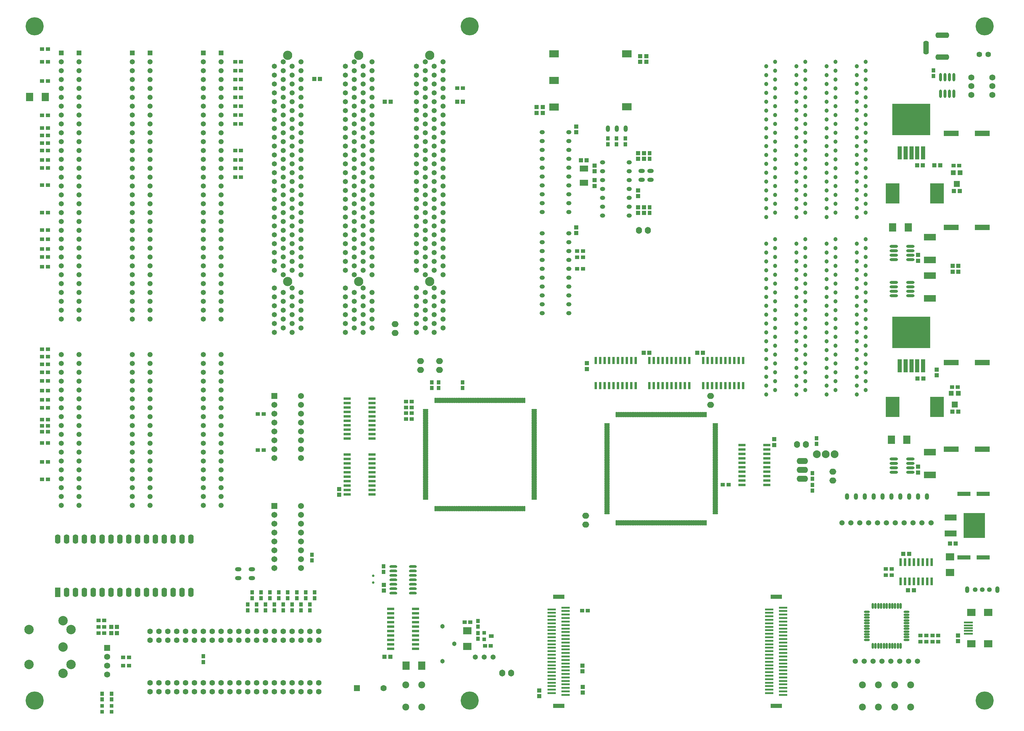
<source format=gts>
%FSLAX44Y44*%
%MOMM*%
G71*
G01*
G75*
G04 Layer_Color=8388736*
%ADD10C,0.2032*%
%ADD11R,0.9652X0.8890*%
%ADD12R,1.0160X0.9398*%
%ADD13R,1.0160X0.9400*%
%ADD14R,2.2098X1.9050*%
%ADD15R,0.9144X0.9144*%
%ADD16R,1.2700X0.9144*%
%ADD17R,0.8890X0.9652*%
%ADD18R,1.9050X2.2098*%
%ADD19R,0.9000X0.8000*%
%ADD20R,0.9398X1.0160*%
%ADD21R,0.9400X1.0160*%
%ADD22R,2.2000X0.3600*%
%ADD23R,3.0000X1.0000*%
%ADD24R,3.5000X1.0000*%
%ADD25R,4.0000X1.4000*%
%ADD26O,2.2000X0.6000*%
%ADD27R,3.2000X1.6500*%
%ADD28R,1.2000X1.2000*%
%ADD29R,1.6000X1.5000*%
%ADD30O,0.6000X2.2000*%
%ADD31R,1.0668X3.5560*%
%ADD32R,10.6680X8.8900*%
%ADD33R,3.8100X5.5880*%
%ADD34R,1.9050X0.5588*%
%ADD35R,2.2000X1.8000*%
%ADD36R,2.4000X0.4000*%
%ADD37R,0.5000X2.0000*%
%ADD38R,3.2000X1.6000*%
%ADD39R,6.0000X7.0000*%
%ADD40O,1.4500X0.5000*%
%ADD41O,0.5000X1.4500*%
%ADD42O,2.0320X0.5588*%
%ADD43O,1.4000X0.3000*%
%ADD44O,0.3000X1.4000*%
%ADD45R,0.9000X1.0000*%
%ADD46R,2.5000X1.8000*%
%ADD47R,2.2000X1.5000*%
%ADD48R,0.5588X1.9050*%
%ADD49C,0.1778*%
%ADD50C,0.2540*%
%ADD51C,0.7620*%
%ADD52C,0.5080*%
%ADD53C,1.2700*%
%ADD54C,0.3810*%
%ADD55C,0.7000*%
%ADD56C,0.8890*%
%ADD57C,0.6350*%
%ADD58C,0.3048*%
%ADD59R,6.8834X6.6294*%
%ADD60R,7.4168X2.9972*%
%ADD61R,3.9116X9.0424*%
%ADD62R,6.6294X4.3688*%
%ADD63R,2.2098X8.4836*%
%ADD64R,7.2390X2.3368*%
%ADD65R,7.5692X1.4224*%
%ADD66R,5.3086X2.3876*%
%ADD67R,6.4770X2.3876*%
%ADD68R,0.8492X4.9022*%
%ADD69R,1.1176X9.9060*%
%ADD70R,7.4930X2.5908*%
%ADD71R,6.6548X1.4732*%
%ADD72R,5.1816X1.4732*%
%ADD73R,3.2258X4.2672*%
%ADD74R,11.5824X3.8608*%
%ADD75R,9.6012X3.5814*%
%ADD76R,10.6426X2.4638*%
%ADD77R,4.2672X4.9530*%
%ADD78R,5.3086X3.6322*%
%ADD79R,2.2860X2.4638*%
%ADD80R,3.6322X5.3086*%
%ADD81R,6.7818X2.8702*%
%ADD82R,2.5654X7.4676*%
%ADD83R,7.3660X2.3876*%
%ADD84R,1.6256X4.7752*%
%ADD85R,4.2164X2.8956*%
%ADD86R,2.2606X6.3754*%
%ADD87C,5.0000*%
%ADD88C,1.7780*%
%ADD89O,1.6510X1.0160*%
%ADD90C,1.2700*%
%ADD91R,1.2700X1.2700*%
%ADD92O,1.7780X1.5240*%
%ADD93O,1.5240X1.7780*%
%ADD94C,1.0000*%
%ADD95C,2.4384*%
%ADD96R,1.3800X2.5000*%
%ADD97O,1.3800X2.5000*%
%ADD98C,0.5080*%
%ADD99C,1.5000*%
%ADD100R,1.5000X1.5000*%
%ADD101O,1.2700X1.0160*%
%ADD102C,1.3000*%
%ADD103O,1.0000X1.7000*%
%ADD104C,1.1430*%
%ADD105C,1.5240*%
%ADD106O,1.4000X3.8000*%
%ADD107O,3.8000X1.4000*%
%ADD108O,1.0160X1.6510*%
%ADD109C,1.3800*%
%ADD110C,2.5000*%
%ADD111C,1.5748*%
%ADD112R,1.5748X1.5748*%
%ADD113C,1.3970*%
%ADD114C,1.1000*%
%ADD115R,1.5240X1.5240*%
%ADD116O,3.0480X1.5240*%
%ADD117C,2.0320*%
%ADD118C,2.2000*%
%ADD119C,1.6000*%
%ADD120C,0.9000*%
%ADD121C,0.6604*%
%ADD122C,0.6858*%
%ADD123C,0.6350*%
%ADD124C,0.8636*%
%ADD125C,1.0160*%
%ADD126C,0.7112*%
%ADD127C,1.0160*%
%ADD128C,1.5080*%
%ADD129C,1.3080*%
%ADD130C,2.9464*%
%ADD131C,1.4478*%
%ADD132C,1.5080*%
%ADD133C,0.8128*%
%ADD134C,1.4080*%
%ADD135O,1.3080X2.0080*%
%ADD136C,1.3080*%
%ADD137O,3.7080X1.3080*%
%ADD138C,1.2080*%
%ADD139C,2.0080*%
%ADD140C,1.4732*%
%ADD141C,1.4986*%
%ADD142C,1.8080*%
%ADD143C,2.7080*%
%ADD144C,2.1080*%
%ADD145C,0.8382*%
%ADD146C,0.9652*%
%ADD147C,1.0668*%
%ADD148C,0.9398*%
%ADD149C,0.8890*%
%ADD150C,3.5080*%
%ADD151O,1.3080X3.7080*%
%ADD152R,0.9144X0.9144*%
%ADD153R,0.9144X1.2700*%
%ADD154R,1.3000X1.2000*%
%ADD155C,2.0000*%
%ADD156R,3.9116X4.4958*%
%ADD157R,2.8956X1.2700*%
%ADD158R,0.9652X1.9050*%
%ADD159R,2.2098X5.6134*%
%ADD160R,4.3688X2.6162*%
%ADD161C,0.1270*%
%ADD162C,0.2500*%
%ADD163C,0.3000*%
%ADD164C,0.2500*%
%ADD165C,0.2000*%
%ADD166C,0.1000*%
%ADD167C,0.2096*%
%ADD168C,0.1524*%
%ADD169C,0.1500*%
%ADD170C,0.2286*%
%ADD171R,1.9836X0.9960*%
%ADD172R,4.8436X1.4084*%
%ADD173R,4.1000X1.9000*%
%ADD174R,1.1684X1.0922*%
%ADD175R,1.2192X1.1430*%
%ADD176R,1.2192X1.1432*%
%ADD177R,2.4130X2.1082*%
%ADD178R,1.1176X1.1176*%
%ADD179R,1.4732X1.1176*%
%ADD180R,1.0922X1.1684*%
%ADD181R,2.1082X2.4130*%
%ADD182R,1.1032X1.0032*%
%ADD183R,1.1430X1.2192*%
%ADD184R,1.1432X1.2192*%
%ADD185R,2.4032X0.5632*%
%ADD186R,3.2032X1.2032*%
%ADD187R,3.7032X1.2032*%
%ADD188R,4.2032X1.6032*%
%ADD189O,2.4032X0.8032*%
%ADD190R,3.4032X1.8532*%
%ADD191R,1.4032X1.4032*%
%ADD192R,1.8032X1.7032*%
%ADD193O,0.8032X2.4032*%
%ADD194R,1.2700X3.7592*%
%ADD195R,10.8712X9.0932*%
%ADD196R,4.0132X5.7912*%
%ADD197R,2.1082X0.7620*%
%ADD198R,2.4032X2.0032*%
%ADD199R,2.6032X0.6032*%
%ADD200R,0.7032X2.2032*%
%ADD201R,3.4032X1.8032*%
%ADD202R,6.2032X7.2032*%
%ADD203O,1.6532X0.7032*%
%ADD204O,0.7032X1.6532*%
%ADD205O,2.2352X0.7620*%
%ADD206O,1.6032X0.5032*%
%ADD207O,0.5032X1.6032*%
%ADD208R,1.1032X1.2032*%
%ADD209R,2.7032X2.0032*%
%ADD210R,2.4032X1.7032*%
%ADD211R,0.7620X2.1082*%
%ADD212C,5.2032*%
%ADD213C,1.9812*%
%ADD214O,1.8542X1.2192*%
%ADD215R,1.4732X1.4732*%
%ADD216O,1.9812X1.7272*%
%ADD217O,1.7272X1.9812*%
%ADD218C,1.2032*%
%ADD219C,2.6416*%
%ADD220R,1.5832X2.7032*%
%ADD221O,1.5832X2.7032*%
%ADD222C,1.7032*%
%ADD223R,1.7032X1.7032*%
%ADD224O,1.4732X1.2192*%
%ADD225C,1.5032*%
%ADD226O,1.2032X1.9032*%
%ADD227C,1.3462*%
%ADD228C,1.7272*%
%ADD229O,1.6032X4.0032*%
%ADD230O,4.0032X1.6032*%
%ADD231O,1.2192X1.8542*%
%ADD232C,1.5832*%
%ADD233C,2.7032*%
%ADD234R,1.7780X1.7780*%
%ADD235C,1.6002*%
%ADD236C,1.3032*%
%ADD237R,1.7272X1.7272*%
%ADD238O,3.2512X1.7272*%
%ADD239C,2.2352*%
D88*
X2039366Y899668D02*
D03*
D126*
X2010410Y1201580D02*
D03*
Y1221580D02*
D03*
D140*
X1117600Y1422400D02*
D03*
Y1447800D02*
D03*
Y1473200D02*
D03*
Y1498600D02*
D03*
Y1524000D02*
D03*
Y1549400D02*
D03*
Y1574800D02*
D03*
Y1600200D02*
D03*
Y1625600D02*
D03*
Y1651000D02*
D03*
Y1676400D02*
D03*
Y1701800D02*
D03*
Y1727200D02*
D03*
Y1752600D02*
D03*
Y1778000D02*
D03*
Y1803400D02*
D03*
Y1828800D02*
D03*
Y1854200D02*
D03*
X1168400Y1422400D02*
D03*
Y1447800D02*
D03*
Y1473200D02*
D03*
Y1498600D02*
D03*
Y1524000D02*
D03*
Y1549400D02*
D03*
Y1574800D02*
D03*
Y1600200D02*
D03*
Y1625600D02*
D03*
Y1651000D02*
D03*
Y1676400D02*
D03*
Y1701800D02*
D03*
Y1727200D02*
D03*
Y1752600D02*
D03*
Y1778000D02*
D03*
Y1803400D02*
D03*
Y1828800D02*
D03*
Y1854200D02*
D03*
Y2692400D02*
D03*
Y2667000D02*
D03*
Y2641600D02*
D03*
Y2616200D02*
D03*
Y2590800D02*
D03*
Y2565400D02*
D03*
Y2540000D02*
D03*
Y2514600D02*
D03*
Y2489200D02*
D03*
Y2463800D02*
D03*
Y2438400D02*
D03*
Y2413000D02*
D03*
Y2387600D02*
D03*
Y2362200D02*
D03*
Y2336800D02*
D03*
Y2311400D02*
D03*
Y2286000D02*
D03*
Y2260600D02*
D03*
Y2235200D02*
D03*
Y2209800D02*
D03*
Y2184400D02*
D03*
Y2159000D02*
D03*
Y2133600D02*
D03*
Y2108200D02*
D03*
Y2082800D02*
D03*
Y2057400D02*
D03*
Y2032000D02*
D03*
Y2006600D02*
D03*
Y1981200D02*
D03*
Y1955800D02*
D03*
X1117600Y2692400D02*
D03*
Y2667000D02*
D03*
Y2641600D02*
D03*
Y2616200D02*
D03*
Y2590800D02*
D03*
Y2565400D02*
D03*
Y2540000D02*
D03*
Y2514600D02*
D03*
Y2489200D02*
D03*
Y2463800D02*
D03*
Y2438400D02*
D03*
Y2413000D02*
D03*
Y2387600D02*
D03*
Y2362200D02*
D03*
Y2336800D02*
D03*
Y2311400D02*
D03*
Y2286000D02*
D03*
Y2260600D02*
D03*
Y2235200D02*
D03*
Y2209800D02*
D03*
Y2184400D02*
D03*
Y2159000D02*
D03*
Y2133600D02*
D03*
Y2108200D02*
D03*
Y2082800D02*
D03*
Y2057400D02*
D03*
Y2032000D02*
D03*
Y2006600D02*
D03*
Y1981200D02*
D03*
Y1955800D02*
D03*
X1524000Y1422400D02*
D03*
Y1447800D02*
D03*
Y1473200D02*
D03*
Y1498600D02*
D03*
Y1524000D02*
D03*
Y1549400D02*
D03*
Y1574800D02*
D03*
Y1600200D02*
D03*
Y1625600D02*
D03*
Y1651000D02*
D03*
Y1676400D02*
D03*
Y1701800D02*
D03*
Y1727200D02*
D03*
Y1752600D02*
D03*
Y1778000D02*
D03*
Y1803400D02*
D03*
Y1828800D02*
D03*
Y1854200D02*
D03*
X1574800Y1422400D02*
D03*
Y1447800D02*
D03*
Y1473200D02*
D03*
Y1498600D02*
D03*
Y1524000D02*
D03*
Y1549400D02*
D03*
Y1574800D02*
D03*
Y1600200D02*
D03*
Y1625600D02*
D03*
Y1651000D02*
D03*
Y1676400D02*
D03*
Y1701800D02*
D03*
Y1727200D02*
D03*
Y1752600D02*
D03*
Y1778000D02*
D03*
Y1803400D02*
D03*
Y1828800D02*
D03*
Y1854200D02*
D03*
Y2692400D02*
D03*
Y2667000D02*
D03*
Y2641600D02*
D03*
Y2616200D02*
D03*
Y2590800D02*
D03*
Y2565400D02*
D03*
Y2540000D02*
D03*
Y2514600D02*
D03*
Y2489200D02*
D03*
Y2463800D02*
D03*
Y2438400D02*
D03*
Y2413000D02*
D03*
Y2387600D02*
D03*
Y2362200D02*
D03*
Y2336800D02*
D03*
Y2311400D02*
D03*
Y2286000D02*
D03*
Y2260600D02*
D03*
Y2235200D02*
D03*
Y2209800D02*
D03*
Y2184400D02*
D03*
Y2159000D02*
D03*
Y2133600D02*
D03*
Y2108200D02*
D03*
Y2082800D02*
D03*
Y2057400D02*
D03*
Y2032000D02*
D03*
Y2006600D02*
D03*
Y1981200D02*
D03*
Y1955800D02*
D03*
X1524000Y2692400D02*
D03*
Y2667000D02*
D03*
Y2641600D02*
D03*
Y2616200D02*
D03*
Y2590800D02*
D03*
Y2565400D02*
D03*
Y2540000D02*
D03*
Y2514600D02*
D03*
Y2489200D02*
D03*
Y2463800D02*
D03*
Y2438400D02*
D03*
Y2413000D02*
D03*
Y2387600D02*
D03*
Y2362200D02*
D03*
Y2336800D02*
D03*
Y2311400D02*
D03*
Y2286000D02*
D03*
Y2260600D02*
D03*
Y2235200D02*
D03*
Y2209800D02*
D03*
Y2184400D02*
D03*
Y2159000D02*
D03*
Y2133600D02*
D03*
Y2108200D02*
D03*
Y2082800D02*
D03*
Y2057400D02*
D03*
Y2032000D02*
D03*
Y2006600D02*
D03*
Y1981200D02*
D03*
Y1955800D02*
D03*
X1727200Y1917700D02*
D03*
X1752600Y1930400D02*
D03*
X1727200Y1943100D02*
D03*
X1752600Y1955800D02*
D03*
X1727200Y1968500D02*
D03*
X1752600Y1981200D02*
D03*
X1727200Y1993900D02*
D03*
X1752600Y2006600D02*
D03*
X1727200Y2019300D02*
D03*
X1752600Y2032000D02*
D03*
X1727200Y2044700D02*
D03*
X1752600Y2082800D02*
D03*
X1727200Y2095500D02*
D03*
X1752600Y2108200D02*
D03*
X1727200Y2120900D02*
D03*
X1752600Y2133600D02*
D03*
X1727200Y2146300D02*
D03*
X1752600Y2159000D02*
D03*
X1727200Y2171700D02*
D03*
X1752600Y2184400D02*
D03*
X1727200Y2197100D02*
D03*
X1752600Y2209800D02*
D03*
X1727200Y2222500D02*
D03*
X1752600Y2235200D02*
D03*
X1727200Y2247900D02*
D03*
X1752600Y2260600D02*
D03*
X1727200Y2273300D02*
D03*
X1752600Y2286000D02*
D03*
X1727200Y2298700D02*
D03*
X1752600Y2311400D02*
D03*
X1727200Y2324100D02*
D03*
X1752600Y2336800D02*
D03*
X1727200Y2349500D02*
D03*
X1752600Y2362200D02*
D03*
X1727200Y2374900D02*
D03*
X1752600Y2387600D02*
D03*
X1727200Y2400300D02*
D03*
X1752600Y2413000D02*
D03*
X1727200Y2425700D02*
D03*
X1752600Y2438400D02*
D03*
X1727200Y2451100D02*
D03*
X1752600Y2463800D02*
D03*
X1727200Y2476500D02*
D03*
X1752600Y2489200D02*
D03*
X1727200Y2501900D02*
D03*
X1752600Y2514600D02*
D03*
X1727200Y2527300D02*
D03*
X1752600Y2540000D02*
D03*
X1727200Y2552700D02*
D03*
X1752600Y2565400D02*
D03*
X1727200Y2578100D02*
D03*
X1752600Y2590800D02*
D03*
X1727200Y2603500D02*
D03*
X1752600Y2616200D02*
D03*
X1727200Y2628900D02*
D03*
X1752600Y2641600D02*
D03*
X1727200Y2654300D02*
D03*
X1752600Y2667000D02*
D03*
X1727200Y2679700D02*
D03*
X1752600Y2692400D02*
D03*
X1778000Y1917700D02*
D03*
X1803400Y1930400D02*
D03*
X1778000Y1943100D02*
D03*
X1803400Y1955800D02*
D03*
X1778000Y1968500D02*
D03*
X1803400Y1981200D02*
D03*
X1778000Y1993900D02*
D03*
X1803400Y2006600D02*
D03*
X1778000Y2019300D02*
D03*
X1803400Y2032000D02*
D03*
X1778000Y2044700D02*
D03*
X1803400Y2082800D02*
D03*
X1778000Y2095500D02*
D03*
X1803400Y2108200D02*
D03*
X1778000Y2120900D02*
D03*
X1803400Y2133600D02*
D03*
X1778000Y2146300D02*
D03*
X1803400Y2159000D02*
D03*
X1778000Y2171700D02*
D03*
X1803400Y2184400D02*
D03*
X1778000Y2197100D02*
D03*
X1803400Y2209800D02*
D03*
X1778000Y2222500D02*
D03*
X1803400Y2235200D02*
D03*
X1778000Y2247900D02*
D03*
X1803400Y2260600D02*
D03*
X1778000Y2273300D02*
D03*
X1803400Y2286000D02*
D03*
X1778000Y2298700D02*
D03*
X1803400Y2311400D02*
D03*
X1778000Y2324100D02*
D03*
X1803400Y2336800D02*
D03*
X1778000Y2349500D02*
D03*
X1803400Y2362200D02*
D03*
X1778000Y2374900D02*
D03*
X1803400Y2387600D02*
D03*
X1778000Y2400300D02*
D03*
X1803400Y2413000D02*
D03*
X1778000Y2425700D02*
D03*
X1803400Y2438400D02*
D03*
X1778000Y2451100D02*
D03*
X1803400Y2463800D02*
D03*
X1778000Y2476500D02*
D03*
X1803400Y2489200D02*
D03*
X1778000Y2501900D02*
D03*
X1803400Y2514600D02*
D03*
X1778000Y2527300D02*
D03*
X1803400Y2540000D02*
D03*
X1778000Y2552700D02*
D03*
X1803400Y2565400D02*
D03*
X1778000Y2578100D02*
D03*
X1803400Y2590800D02*
D03*
X1778000Y2603500D02*
D03*
X1803400Y2616200D02*
D03*
X1778000Y2628900D02*
D03*
X1803400Y2641600D02*
D03*
X1778000Y2654300D02*
D03*
X1803400Y2667000D02*
D03*
X1778000Y2679700D02*
D03*
X1803400Y2692400D02*
D03*
X1930400Y1917700D02*
D03*
X1955800Y1930400D02*
D03*
X1930400Y1943100D02*
D03*
X1955800Y1955800D02*
D03*
X1930400Y1968500D02*
D03*
X1955800Y1981200D02*
D03*
X1930400Y1993900D02*
D03*
X1955800Y2006600D02*
D03*
X1930400Y2019300D02*
D03*
X1955800Y2032000D02*
D03*
X1930400Y2044700D02*
D03*
X1955800Y2082800D02*
D03*
X1930400Y2095500D02*
D03*
X1955800Y2108200D02*
D03*
X1930400Y2120900D02*
D03*
X1955800Y2133600D02*
D03*
X1930400Y2146300D02*
D03*
X1955800Y2159000D02*
D03*
X1930400Y2171700D02*
D03*
X1955800Y2184400D02*
D03*
X1930400Y2197100D02*
D03*
X1955800Y2209800D02*
D03*
X1930400Y2222500D02*
D03*
X1955800Y2235200D02*
D03*
X1930400Y2247900D02*
D03*
X1955800Y2260600D02*
D03*
X1930400Y2273300D02*
D03*
X1955800Y2286000D02*
D03*
X1930400Y2298700D02*
D03*
X1955800Y2311400D02*
D03*
X1930400Y2324100D02*
D03*
X1955800Y2336800D02*
D03*
X1930400Y2349500D02*
D03*
X1955800Y2362200D02*
D03*
X1930400Y2374900D02*
D03*
X1955800Y2387600D02*
D03*
X1930400Y2400300D02*
D03*
X1955800Y2413000D02*
D03*
X1930400Y2425700D02*
D03*
X1955800Y2438400D02*
D03*
X1930400Y2451100D02*
D03*
X1955800Y2463800D02*
D03*
X1930400Y2476500D02*
D03*
X1955800Y2489200D02*
D03*
X1930400Y2501900D02*
D03*
X1955800Y2514600D02*
D03*
X1930400Y2527300D02*
D03*
X1955800Y2540000D02*
D03*
X1930400Y2552700D02*
D03*
X1955800Y2565400D02*
D03*
X1930400Y2578100D02*
D03*
X1955800Y2590800D02*
D03*
X1930400Y2603500D02*
D03*
X1955800Y2616200D02*
D03*
X1930400Y2628900D02*
D03*
X1955800Y2641600D02*
D03*
X1930400Y2654300D02*
D03*
X1955800Y2667000D02*
D03*
X1930400Y2679700D02*
D03*
X1955800Y2692400D02*
D03*
X1981200Y1917700D02*
D03*
X2006600Y1930400D02*
D03*
X1981200Y1943100D02*
D03*
X2006600Y1955800D02*
D03*
X1981200Y1968500D02*
D03*
X2006600Y1981200D02*
D03*
X1981200Y1993900D02*
D03*
X2006600Y2006600D02*
D03*
X1981200Y2019300D02*
D03*
X2006600Y2032000D02*
D03*
X1981200Y2044700D02*
D03*
X2006600Y2082800D02*
D03*
X1981200Y2095500D02*
D03*
X2006600Y2108200D02*
D03*
X1981200Y2120900D02*
D03*
X2006600Y2133600D02*
D03*
X1981200Y2146300D02*
D03*
X2006600Y2159000D02*
D03*
X1981200Y2171700D02*
D03*
X2006600Y2184400D02*
D03*
X1981200Y2197100D02*
D03*
X2006600Y2209800D02*
D03*
X1981200Y2222500D02*
D03*
X2006600Y2235200D02*
D03*
X1981200Y2247900D02*
D03*
X2006600Y2260600D02*
D03*
X1981200Y2273300D02*
D03*
X2006600Y2286000D02*
D03*
X1981200Y2298700D02*
D03*
X2006600Y2311400D02*
D03*
X1981200Y2324100D02*
D03*
X2006600Y2336800D02*
D03*
X1981200Y2349500D02*
D03*
X2006600Y2362200D02*
D03*
X1981200Y2374900D02*
D03*
X2006600Y2387600D02*
D03*
X1981200Y2400300D02*
D03*
X2006600Y2413000D02*
D03*
X1981200Y2425700D02*
D03*
X2006600Y2438400D02*
D03*
X1981200Y2451100D02*
D03*
X2006600Y2463800D02*
D03*
X1981200Y2476500D02*
D03*
X2006600Y2489200D02*
D03*
X1981200Y2501900D02*
D03*
X2006600Y2514600D02*
D03*
X1981200Y2527300D02*
D03*
X2006600Y2540000D02*
D03*
X1981200Y2552700D02*
D03*
X2006600Y2565400D02*
D03*
X1981200Y2578100D02*
D03*
X2006600Y2590800D02*
D03*
X1981200Y2603500D02*
D03*
X2006600Y2616200D02*
D03*
X1981200Y2628900D02*
D03*
X2006600Y2641600D02*
D03*
X1981200Y2654300D02*
D03*
X2006600Y2667000D02*
D03*
X1981200Y2679700D02*
D03*
X2006600Y2692400D02*
D03*
X2209800D02*
D03*
X2184400Y2679700D02*
D03*
X2209800Y2667000D02*
D03*
X2184400Y2654300D02*
D03*
X2209800Y2641600D02*
D03*
X2184400Y2628900D02*
D03*
X2209800Y2616200D02*
D03*
X2184400Y2603500D02*
D03*
X2209800Y2590800D02*
D03*
X2184400Y2578100D02*
D03*
X2209800Y2565400D02*
D03*
X2184400Y2552700D02*
D03*
X2209800Y2540000D02*
D03*
X2184400Y2527300D02*
D03*
X2209800Y2514600D02*
D03*
X2184400Y2501900D02*
D03*
X2209800Y2489200D02*
D03*
X2184400Y2476500D02*
D03*
X2209800Y2463800D02*
D03*
X2184400Y2451100D02*
D03*
X2209800Y2438400D02*
D03*
X2184400Y2425700D02*
D03*
X2209800Y2413000D02*
D03*
X2184400Y2400300D02*
D03*
X2209800Y2387600D02*
D03*
X2184400Y2374900D02*
D03*
X2209800Y2362200D02*
D03*
X2184400Y2349500D02*
D03*
X2209800Y2336800D02*
D03*
X2184400Y2324100D02*
D03*
X2209800Y2311400D02*
D03*
X2184400Y2298700D02*
D03*
X2209800Y2286000D02*
D03*
X2184400Y2273300D02*
D03*
X2209800Y2260600D02*
D03*
X2184400Y2247900D02*
D03*
X2209800Y2235200D02*
D03*
X2184400Y2222500D02*
D03*
X2209800Y2209800D02*
D03*
X2184400Y2197100D02*
D03*
X2209800Y2184400D02*
D03*
X2184400Y2171700D02*
D03*
X2209800Y2159000D02*
D03*
X2184400Y2146300D02*
D03*
X2209800Y2133600D02*
D03*
X2184400Y2120900D02*
D03*
X2209800Y2108200D02*
D03*
X2184400Y2095500D02*
D03*
X2209800Y2082800D02*
D03*
X2184400Y2044700D02*
D03*
X2209800Y2032000D02*
D03*
X2184400Y2019300D02*
D03*
X2209800Y2006600D02*
D03*
X2184400Y1993900D02*
D03*
X2209800Y1981200D02*
D03*
X2184400Y1968500D02*
D03*
X2209800Y1955800D02*
D03*
X2184400Y1943100D02*
D03*
X2209800Y1930400D02*
D03*
X2184400Y1917700D02*
D03*
X2159000Y2692400D02*
D03*
X2133600Y2679700D02*
D03*
X2159000Y2667000D02*
D03*
X2133600Y2654300D02*
D03*
X2159000Y2641600D02*
D03*
X2133600Y2628900D02*
D03*
X2159000Y2616200D02*
D03*
X2133600Y2603500D02*
D03*
X2159000Y2590800D02*
D03*
X2133600Y2578100D02*
D03*
X2159000Y2565400D02*
D03*
X2133600Y2552700D02*
D03*
X2159000Y2540000D02*
D03*
X2133600Y2527300D02*
D03*
X2159000Y2514600D02*
D03*
X2133600Y2501900D02*
D03*
X2159000Y2489200D02*
D03*
X2133600Y2476500D02*
D03*
X2159000Y2463800D02*
D03*
X2133600Y2451100D02*
D03*
X2159000Y2438400D02*
D03*
X2133600Y2425700D02*
D03*
X2159000Y2413000D02*
D03*
X2133600Y2400300D02*
D03*
X2159000Y2387600D02*
D03*
X2133600Y2374900D02*
D03*
X2159000Y2362200D02*
D03*
X2133600Y2349500D02*
D03*
X2159000Y2336800D02*
D03*
X2133600Y2324100D02*
D03*
X2159000Y2311400D02*
D03*
X2133600Y2298700D02*
D03*
X2159000Y2286000D02*
D03*
X2133600Y2273300D02*
D03*
X2159000Y2260600D02*
D03*
X2133600Y2247900D02*
D03*
X2159000Y2235200D02*
D03*
X2133600Y2222500D02*
D03*
X2159000Y2209800D02*
D03*
X2133600Y2197100D02*
D03*
X2159000Y2184400D02*
D03*
X2133600Y2171700D02*
D03*
X2159000Y2159000D02*
D03*
X2133600Y2146300D02*
D03*
X2159000Y2133600D02*
D03*
X2133600Y2120900D02*
D03*
X2159000Y2108200D02*
D03*
X2133600Y2095500D02*
D03*
X2159000Y2082800D02*
D03*
X2133600Y2044700D02*
D03*
X2159000Y2032000D02*
D03*
X2133600Y2019300D02*
D03*
X2159000Y2006600D02*
D03*
X2133600Y1993900D02*
D03*
X2159000Y1981200D02*
D03*
X2133600Y1968500D02*
D03*
X2159000Y1955800D02*
D03*
X2133600Y1943100D02*
D03*
X2159000Y1930400D02*
D03*
X2133600Y1917700D02*
D03*
X1320800Y1955800D02*
D03*
Y1981200D02*
D03*
Y2006600D02*
D03*
Y2032000D02*
D03*
Y2057400D02*
D03*
Y2082800D02*
D03*
Y2108200D02*
D03*
Y2133600D02*
D03*
Y2159000D02*
D03*
Y2184400D02*
D03*
Y2209800D02*
D03*
Y2235200D02*
D03*
Y2260600D02*
D03*
Y2286000D02*
D03*
Y2311400D02*
D03*
Y2336800D02*
D03*
Y2362200D02*
D03*
Y2387600D02*
D03*
Y2413000D02*
D03*
Y2438400D02*
D03*
Y2463800D02*
D03*
Y2489200D02*
D03*
Y2514600D02*
D03*
Y2540000D02*
D03*
Y2565400D02*
D03*
Y2590800D02*
D03*
Y2616200D02*
D03*
Y2641600D02*
D03*
Y2667000D02*
D03*
Y2692400D02*
D03*
X1371600Y1955800D02*
D03*
Y1981200D02*
D03*
Y2006600D02*
D03*
Y2032000D02*
D03*
Y2057400D02*
D03*
Y2082800D02*
D03*
Y2108200D02*
D03*
Y2133600D02*
D03*
Y2159000D02*
D03*
Y2184400D02*
D03*
Y2209800D02*
D03*
Y2235200D02*
D03*
Y2260600D02*
D03*
Y2286000D02*
D03*
Y2311400D02*
D03*
Y2336800D02*
D03*
Y2362200D02*
D03*
Y2387600D02*
D03*
Y2413000D02*
D03*
Y2438400D02*
D03*
Y2463800D02*
D03*
Y2489200D02*
D03*
Y2514600D02*
D03*
Y2540000D02*
D03*
Y2565400D02*
D03*
Y2590800D02*
D03*
Y2616200D02*
D03*
Y2641600D02*
D03*
Y2667000D02*
D03*
Y2692400D02*
D03*
Y1854200D02*
D03*
Y1828800D02*
D03*
Y1803400D02*
D03*
Y1778000D02*
D03*
Y1752600D02*
D03*
Y1727200D02*
D03*
Y1701800D02*
D03*
Y1676400D02*
D03*
Y1651000D02*
D03*
Y1625600D02*
D03*
Y1600200D02*
D03*
Y1574800D02*
D03*
Y1549400D02*
D03*
Y1524000D02*
D03*
Y1498600D02*
D03*
Y1473200D02*
D03*
Y1447800D02*
D03*
Y1422400D02*
D03*
X1320800Y1854200D02*
D03*
Y1828800D02*
D03*
Y1803400D02*
D03*
Y1778000D02*
D03*
Y1752600D02*
D03*
Y1727200D02*
D03*
Y1701800D02*
D03*
Y1676400D02*
D03*
Y1651000D02*
D03*
Y1625600D02*
D03*
Y1600200D02*
D03*
Y1574800D02*
D03*
Y1549400D02*
D03*
Y1524000D02*
D03*
Y1498600D02*
D03*
Y1473200D02*
D03*
Y1447800D02*
D03*
Y1422400D02*
D03*
X2302002Y988568D02*
D03*
X2327402D02*
D03*
X2352802D02*
D03*
D174*
X1311402Y963676D02*
D03*
X1294892D02*
D03*
X1311402Y987806D02*
D03*
X1294892D02*
D03*
X2288032Y1088136D02*
D03*
X2271522D02*
D03*
X1240790Y1093470D02*
D03*
X1224280D02*
D03*
X1240790Y1075055D02*
D03*
X1224280D02*
D03*
X1240790Y1056640D02*
D03*
X1224280D02*
D03*
X2329942Y1020318D02*
D03*
X2346452D02*
D03*
X3575812Y1032510D02*
D03*
X3592322D02*
D03*
X3575812Y1050290D02*
D03*
X3592322D02*
D03*
X3476752Y1240790D02*
D03*
X3493262D02*
D03*
X3476752Y1223010D02*
D03*
X3493262D02*
D03*
X3665728Y1761236D02*
D03*
X3682238D02*
D03*
X3670300Y2395220D02*
D03*
X3686810D02*
D03*
X1696720Y1684020D02*
D03*
X1680210D02*
D03*
X2250440Y2617470D02*
D03*
X2266950D02*
D03*
X1079500Y1497330D02*
D03*
X1062990D02*
D03*
X1079500Y1546860D02*
D03*
X1062990D02*
D03*
X1079500Y1601470D02*
D03*
X1062990D02*
D03*
X1079500Y2339340D02*
D03*
X1062990D02*
D03*
X1079500Y1668018D02*
D03*
X1062990D02*
D03*
X2103882Y1686560D02*
D03*
X2120392D02*
D03*
X2103882Y1670050D02*
D03*
X2120392D02*
D03*
X2103882Y1719580D02*
D03*
X2120392D02*
D03*
X2103882Y1703070D02*
D03*
X2120392D02*
D03*
X1631950Y2692400D02*
D03*
X1615440D02*
D03*
X1631950Y2667000D02*
D03*
X1615440D02*
D03*
X1631950Y2641600D02*
D03*
X1615440D02*
D03*
X1631950Y2616200D02*
D03*
X1615440D02*
D03*
X1631950Y2590800D02*
D03*
X1615440D02*
D03*
X1631950Y2565400D02*
D03*
X1615440D02*
D03*
X1631950Y2540000D02*
D03*
X1615440D02*
D03*
X1631950Y2514600D02*
D03*
X1615440D02*
D03*
X1631950Y2362200D02*
D03*
X1615440D02*
D03*
X1631950Y2387600D02*
D03*
X1615440D02*
D03*
X1631950Y2411730D02*
D03*
X1615440D02*
D03*
X1631950Y2438400D02*
D03*
X1615440D02*
D03*
X1079500Y1826260D02*
D03*
X1062990D02*
D03*
X1079500Y2133600D02*
D03*
X1062990D02*
D03*
X1079500Y2539746D02*
D03*
X1062990D02*
D03*
X1079500Y1869948D02*
D03*
X1062990D02*
D03*
X1079500Y1650619D02*
D03*
X1062990D02*
D03*
X1079500Y2411730D02*
D03*
X1062990D02*
D03*
X1079500Y1633220D02*
D03*
X1062990D02*
D03*
X1079500Y1848866D02*
D03*
X1062990D02*
D03*
X1079500Y2388870D02*
D03*
X1062990D02*
D03*
X1079500Y2438400D02*
D03*
X1062990D02*
D03*
X1079500Y2105660D02*
D03*
X1062990D02*
D03*
X1079500Y2260600D02*
D03*
X1062990D02*
D03*
X1079500Y2459990D02*
D03*
X1062990D02*
D03*
X1079500Y2637790D02*
D03*
X1062990D02*
D03*
X1696720Y1581150D02*
D03*
X1680210D02*
D03*
X1079500Y2211070D02*
D03*
X1062990D02*
D03*
X1079500Y2184400D02*
D03*
X1062990D02*
D03*
X1079500Y2156460D02*
D03*
X1062990D02*
D03*
X1079500Y2503170D02*
D03*
X1062990D02*
D03*
X1079500Y1779270D02*
D03*
X1062990D02*
D03*
X1079500Y1751330D02*
D03*
X1062990D02*
D03*
X1079500Y1701800D02*
D03*
X1062990D02*
D03*
X1079500Y1724660D02*
D03*
X1062990D02*
D03*
X1079500Y2692400D02*
D03*
X1062990D02*
D03*
X1079500Y2729230D02*
D03*
X1062990D02*
D03*
X1079500Y1803400D02*
D03*
X1062990D02*
D03*
X3610102Y1050290D02*
D03*
X3626612D02*
D03*
Y1032510D02*
D03*
X3610102D02*
D03*
X2593594Y2100072D02*
D03*
X2610104D02*
D03*
X2593594Y2150872D02*
D03*
X2610104D02*
D03*
X2593594Y2133092D02*
D03*
X2610104D02*
D03*
X3010154Y1481836D02*
D03*
X3026664D02*
D03*
X2607564Y1121156D02*
D03*
X2624074D02*
D03*
X1062990Y2481580D02*
D03*
X1079500D02*
D03*
D175*
X3568700Y1533647D02*
D03*
Y2139691D02*
D03*
X2040890Y1195065D02*
D03*
X3683000Y1034039D02*
D03*
X2477770Y2562860D02*
D03*
X2495550D02*
D03*
X2768092Y2276343D02*
D03*
X2784602Y2276348D02*
D03*
X3622294Y1795277D02*
D03*
X2768092Y2324603D02*
D03*
X2643632Y2353818D02*
D03*
X2643696Y2379218D02*
D03*
X1912620Y1469639D02*
D03*
X2621280Y1813311D02*
D03*
X3156966Y1612133D02*
D03*
X2590546Y2218685D02*
D03*
Y2507483D02*
D03*
X2485136Y876305D02*
D03*
X2784666Y2414778D02*
D03*
X2768156D02*
D03*
X2773680Y2692405D02*
D03*
X2791460D02*
D03*
X2609024Y963925D02*
D03*
X2609088Y886465D02*
D03*
D176*
X3568700Y1517142D02*
D03*
Y2123186D02*
D03*
X2040890Y1178560D02*
D03*
X3683000Y1050544D02*
D03*
X2477770Y2546355D02*
D03*
X2495550D02*
D03*
X2768092Y2259838D02*
D03*
X2784602Y2259843D02*
D03*
X3622294Y1811782D02*
D03*
X2768092Y2308098D02*
D03*
X2643632Y2337313D02*
D03*
X2643696Y2395723D02*
D03*
X1912620Y1453134D02*
D03*
X2621280Y1829816D02*
D03*
X3156966Y1595628D02*
D03*
X2590546Y2202180D02*
D03*
Y2490978D02*
D03*
X2485136Y892810D02*
D03*
X2784666Y2431283D02*
D03*
X2768156D02*
D03*
X2773680Y2708910D02*
D03*
X2791460D02*
D03*
X2609024Y947420D02*
D03*
X2609088Y902970D02*
D03*
D177*
X2279142Y1019048D02*
D03*
Y1063498D02*
D03*
X3660140Y1230630D02*
D03*
Y1275080D02*
D03*
D178*
X2327402Y1057910D02*
D03*
Y1038860D02*
D03*
D179*
X2347722Y1048258D02*
D03*
D180*
X1234682Y867156D02*
D03*
Y883666D02*
D03*
X2039620Y1231900D02*
D03*
Y1248410D02*
D03*
X2309622Y1057148D02*
D03*
Y1040638D02*
D03*
Y1091946D02*
D03*
Y1075436D02*
D03*
X1261606Y867156D02*
D03*
Y883666D02*
D03*
X2705862Y2456688D02*
D03*
Y2473198D02*
D03*
X2681732Y2456688D02*
D03*
Y2473198D02*
D03*
X2731262D02*
D03*
Y2456688D02*
D03*
X3613150Y2651760D02*
D03*
Y2668270D02*
D03*
X2178050Y1758696D02*
D03*
Y1775206D02*
D03*
X2197100Y1758696D02*
D03*
Y1775206D02*
D03*
X1523746Y990600D02*
D03*
Y974090D02*
D03*
X1714500Y1173480D02*
D03*
Y1156970D02*
D03*
X1791335Y1173480D02*
D03*
Y1156970D02*
D03*
X1651000Y1138936D02*
D03*
Y1122426D02*
D03*
X1676400Y1138936D02*
D03*
Y1122426D02*
D03*
X1701800Y1138936D02*
D03*
Y1122426D02*
D03*
X1727200Y1138936D02*
D03*
Y1122426D02*
D03*
X1803400Y1138936D02*
D03*
Y1122426D02*
D03*
X1752600Y1138936D02*
D03*
Y1122426D02*
D03*
X1828800Y1138936D02*
D03*
Y1122426D02*
D03*
X1842770Y1173480D02*
D03*
Y1156970D02*
D03*
X1817052Y1173480D02*
D03*
Y1156970D02*
D03*
X1739900Y1173480D02*
D03*
Y1156970D02*
D03*
X1765618Y1173480D02*
D03*
Y1156970D02*
D03*
X1778000Y1138936D02*
D03*
Y1122426D02*
D03*
X1663700Y1173480D02*
D03*
Y1156970D02*
D03*
X1689100Y1173480D02*
D03*
Y1156970D02*
D03*
X2801100Y2414778D02*
D03*
Y2431288D02*
D03*
X2265426Y1758696D02*
D03*
Y1775206D02*
D03*
X1834642Y1265174D02*
D03*
Y1281684D02*
D03*
X3266186Y1465072D02*
D03*
Y1481582D02*
D03*
X3266440Y1498854D02*
D03*
Y1515364D02*
D03*
X3278632Y1598676D02*
D03*
Y1615186D02*
D03*
D181*
X2104136Y964184D02*
D03*
X2148586D02*
D03*
X3496310Y2218690D02*
D03*
X3540760D02*
D03*
X1071880Y2592070D02*
D03*
X1027430D02*
D03*
X3536950Y1610360D02*
D03*
X3492500D02*
D03*
D182*
X1261618Y831614D02*
D03*
Y848614D02*
D03*
X1234694D02*
D03*
Y831614D02*
D03*
D183*
X3543295Y1283716D02*
D03*
X3556762Y1179830D02*
D03*
X3676396Y1313180D02*
D03*
X3683503Y1690878D02*
D03*
X3567435Y1785620D02*
D03*
X3632195Y2396490D02*
D03*
X3687821Y2323084D02*
D03*
X3566160Y2396490D02*
D03*
X2042419Y989076D02*
D03*
X2783845Y1860042D02*
D03*
X2936753D02*
D03*
X2266691Y2578354D02*
D03*
X1857751Y2643886D02*
D03*
X2059681Y2578862D02*
D03*
X3684011Y2108962D02*
D03*
Y2091436D02*
D03*
X2604008Y2410714D02*
D03*
X1260348Y1074928D02*
D03*
Y1056640D02*
D03*
D184*
X3526790Y1283716D02*
D03*
X3540257Y1179830D02*
D03*
X3659891Y1313180D02*
D03*
X3666998Y1690878D02*
D03*
X3583940Y1785620D02*
D03*
X3615690Y2396490D02*
D03*
X3671316Y2323084D02*
D03*
X3582665Y2396490D02*
D03*
X2058924Y989076D02*
D03*
X2800350Y1860042D02*
D03*
X2953258D02*
D03*
X2250186Y2578354D02*
D03*
X1841246Y2643886D02*
D03*
X2043176Y2578862D02*
D03*
X3667506Y2108962D02*
D03*
Y2091436D02*
D03*
X2620513Y2410714D02*
D03*
X1276853Y1074928D02*
D03*
Y1056640D02*
D03*
D185*
X2560508Y1040122D02*
D03*
Y1050122D02*
D03*
Y1060122D02*
D03*
Y1070122D02*
D03*
Y1080122D02*
D03*
Y1030122D02*
D03*
Y1020122D02*
D03*
Y1010122D02*
D03*
Y1000122D02*
D03*
Y990122D02*
D03*
Y980122D02*
D03*
Y970122D02*
D03*
Y960122D02*
D03*
Y950122D02*
D03*
Y940122D02*
D03*
Y930122D02*
D03*
Y920122D02*
D03*
Y910122D02*
D03*
Y900122D02*
D03*
Y890122D02*
D03*
Y880122D02*
D03*
Y1090122D02*
D03*
Y1100122D02*
D03*
Y1110122D02*
D03*
Y1120122D02*
D03*
Y1130122D02*
D03*
X2520508Y985122D02*
D03*
Y995122D02*
D03*
Y1005122D02*
D03*
Y1015122D02*
D03*
Y1025122D02*
D03*
Y1035122D02*
D03*
Y1045122D02*
D03*
Y1055122D02*
D03*
Y1065122D02*
D03*
Y1075122D02*
D03*
Y1125122D02*
D03*
Y1115122D02*
D03*
Y1105122D02*
D03*
Y1095122D02*
D03*
Y1085122D02*
D03*
Y975122D02*
D03*
Y965122D02*
D03*
Y955122D02*
D03*
Y945122D02*
D03*
Y935122D02*
D03*
Y925122D02*
D03*
Y915122D02*
D03*
Y905122D02*
D03*
Y895122D02*
D03*
Y885122D02*
D03*
X3142808D02*
D03*
Y895122D02*
D03*
Y905122D02*
D03*
Y915122D02*
D03*
Y925122D02*
D03*
Y935122D02*
D03*
Y945122D02*
D03*
Y955122D02*
D03*
Y965122D02*
D03*
Y975122D02*
D03*
Y1085122D02*
D03*
Y1095122D02*
D03*
Y1105122D02*
D03*
Y1115122D02*
D03*
Y1125122D02*
D03*
Y1075122D02*
D03*
Y1065122D02*
D03*
Y1055122D02*
D03*
Y1045122D02*
D03*
Y1035122D02*
D03*
Y1025122D02*
D03*
Y1015122D02*
D03*
Y1005122D02*
D03*
Y995122D02*
D03*
Y985122D02*
D03*
X3182808Y1130122D02*
D03*
Y1120122D02*
D03*
Y1110122D02*
D03*
Y1100122D02*
D03*
Y1090122D02*
D03*
Y880122D02*
D03*
Y890122D02*
D03*
Y900122D02*
D03*
Y910122D02*
D03*
Y920122D02*
D03*
Y930122D02*
D03*
Y940122D02*
D03*
Y950122D02*
D03*
Y960122D02*
D03*
Y970122D02*
D03*
Y980122D02*
D03*
Y990122D02*
D03*
Y1000122D02*
D03*
Y1010122D02*
D03*
Y1020122D02*
D03*
Y1030122D02*
D03*
Y1080122D02*
D03*
Y1070122D02*
D03*
Y1060122D02*
D03*
Y1050122D02*
D03*
Y1040122D02*
D03*
D186*
X2540508Y849122D02*
D03*
Y1161122D02*
D03*
X3162808D02*
D03*
Y849122D02*
D03*
D187*
X3755046Y1455420D02*
D03*
X3700298D02*
D03*
X3755046Y1273810D02*
D03*
X3700298D02*
D03*
D188*
X3752546Y1583690D02*
D03*
X3663950D02*
D03*
X3752546Y2487930D02*
D03*
X3663950D02*
D03*
X3752546Y2218690D02*
D03*
X3663950D02*
D03*
Y1831340D02*
D03*
X3752546D02*
D03*
D189*
X3498980Y1555750D02*
D03*
Y1543050D02*
D03*
Y1530350D02*
D03*
Y1517650D02*
D03*
X3546980Y1555750D02*
D03*
Y1543050D02*
D03*
Y1530350D02*
D03*
Y1517650D02*
D03*
X3498980Y2061210D02*
D03*
Y2048510D02*
D03*
Y2035810D02*
D03*
Y2023110D02*
D03*
X3546980Y2061210D02*
D03*
Y2048510D02*
D03*
Y2035810D02*
D03*
Y2023110D02*
D03*
Y2125980D02*
D03*
Y2138680D02*
D03*
Y2151380D02*
D03*
Y2164080D02*
D03*
X3498980Y2125980D02*
D03*
Y2138680D02*
D03*
Y2151380D02*
D03*
Y2164080D02*
D03*
D190*
X3602990Y2015260D02*
D03*
Y2080260D02*
D03*
Y2125750D02*
D03*
Y2190750D02*
D03*
Y1509800D02*
D03*
Y1574800D02*
D03*
D191*
X3669350Y2374900D02*
D03*
X3689350D02*
D03*
X3683856Y1743452D02*
D03*
X3663856D02*
D03*
D192*
X3679350Y2342900D02*
D03*
X3673856Y1711452D02*
D03*
D193*
X3671570Y2649090D02*
D03*
X3658870D02*
D03*
X3646170D02*
D03*
X3633470D02*
D03*
X3671570Y2601090D02*
D03*
X3658870D02*
D03*
X3646170D02*
D03*
X3633470D02*
D03*
D194*
X3583432Y2432050D02*
D03*
X3515868D02*
D03*
X3533140D02*
D03*
X3549904D02*
D03*
X3566414D02*
D03*
Y1822450D02*
D03*
X3549904D02*
D03*
X3533140D02*
D03*
X3515868D02*
D03*
X3583432D02*
D03*
D195*
X3549650Y2527300D02*
D03*
Y1917700D02*
D03*
D196*
X3623310Y2315718D02*
D03*
X3496310D02*
D03*
Y1704340D02*
D03*
X3623310D02*
D03*
D197*
X3064678Y1595120D02*
D03*
Y1582420D02*
D03*
Y1569720D02*
D03*
Y1557020D02*
D03*
Y1544320D02*
D03*
Y1531620D02*
D03*
Y1518920D02*
D03*
Y1506220D02*
D03*
Y1493520D02*
D03*
Y1480820D02*
D03*
X3136138Y1595120D02*
D03*
Y1582420D02*
D03*
Y1569720D02*
D03*
Y1557020D02*
D03*
Y1544320D02*
D03*
Y1531620D02*
D03*
Y1518920D02*
D03*
Y1506220D02*
D03*
Y1493520D02*
D03*
Y1480820D02*
D03*
X2131400Y1012190D02*
D03*
Y1024890D02*
D03*
Y1037590D02*
D03*
Y1050290D02*
D03*
Y1062990D02*
D03*
Y1075690D02*
D03*
Y1088390D02*
D03*
Y1101090D02*
D03*
Y1113790D02*
D03*
Y1126490D02*
D03*
X2059940Y1012190D02*
D03*
Y1024890D02*
D03*
Y1037590D02*
D03*
Y1050290D02*
D03*
Y1062990D02*
D03*
Y1075690D02*
D03*
Y1088390D02*
D03*
Y1101090D02*
D03*
Y1113790D02*
D03*
Y1126490D02*
D03*
X1935140Y1728470D02*
D03*
Y1715770D02*
D03*
Y1703070D02*
D03*
Y1690370D02*
D03*
Y1677670D02*
D03*
Y1664970D02*
D03*
Y1652270D02*
D03*
Y1639570D02*
D03*
Y1626870D02*
D03*
Y1614170D02*
D03*
X2006600Y1728470D02*
D03*
Y1715770D02*
D03*
Y1703070D02*
D03*
Y1690370D02*
D03*
Y1677670D02*
D03*
Y1664970D02*
D03*
Y1652270D02*
D03*
Y1639570D02*
D03*
Y1626870D02*
D03*
Y1614170D02*
D03*
X1935140Y1568450D02*
D03*
Y1555750D02*
D03*
Y1543050D02*
D03*
Y1530350D02*
D03*
Y1517650D02*
D03*
Y1504950D02*
D03*
Y1492250D02*
D03*
Y1479550D02*
D03*
Y1466850D02*
D03*
Y1454150D02*
D03*
X2006600Y1568450D02*
D03*
Y1555750D02*
D03*
Y1543050D02*
D03*
Y1530350D02*
D03*
Y1517650D02*
D03*
Y1504950D02*
D03*
Y1492250D02*
D03*
Y1479550D02*
D03*
Y1466850D02*
D03*
Y1454150D02*
D03*
D198*
X3721100Y1116330D02*
D03*
Y1026414D02*
D03*
X3769360D02*
D03*
Y1116330D02*
D03*
D199*
X3712580Y1087390D02*
D03*
Y1079390D02*
D03*
Y1071390D02*
D03*
Y1063390D02*
D03*
Y1055390D02*
D03*
D200*
X3607562Y1260230D02*
D03*
X3544062Y1205230D02*
D03*
X3531362D02*
D03*
X3518662D02*
D03*
X3582162D02*
D03*
X3569462D02*
D03*
X3556762D02*
D03*
X3594862D02*
D03*
X3518662Y1260230D02*
D03*
X3531362D02*
D03*
X3544062D02*
D03*
X3556762D02*
D03*
X3569462D02*
D03*
X3582162D02*
D03*
X3594862D02*
D03*
X3607562Y1205230D02*
D03*
D201*
X3661990Y1388250D02*
D03*
Y1342250D02*
D03*
D202*
X3729990Y1365250D02*
D03*
D203*
X3422142Y1117600D02*
D03*
Y1109600D02*
D03*
Y1101600D02*
D03*
Y1093600D02*
D03*
Y1085600D02*
D03*
Y1077600D02*
D03*
Y1069600D02*
D03*
Y1061600D02*
D03*
Y1053600D02*
D03*
Y1045600D02*
D03*
Y1037600D02*
D03*
X3536142D02*
D03*
Y1045600D02*
D03*
Y1053600D02*
D03*
Y1061600D02*
D03*
Y1069600D02*
D03*
Y1077600D02*
D03*
Y1085600D02*
D03*
Y1093600D02*
D03*
Y1101600D02*
D03*
Y1109600D02*
D03*
Y1117600D02*
D03*
D204*
X3439142Y1020600D02*
D03*
X3447142D02*
D03*
X3455142D02*
D03*
X3463142D02*
D03*
X3471142D02*
D03*
X3479142D02*
D03*
X3487142D02*
D03*
X3495142D02*
D03*
X3503142D02*
D03*
X3511142D02*
D03*
X3519142D02*
D03*
Y1134600D02*
D03*
X3511142D02*
D03*
X3503142D02*
D03*
X3495142D02*
D03*
X3487142D02*
D03*
X3479142D02*
D03*
X3471142D02*
D03*
X3463142D02*
D03*
X3455142D02*
D03*
X3447142D02*
D03*
X3439142D02*
D03*
D205*
X2123440Y1247140D02*
D03*
Y1234440D02*
D03*
Y1221740D02*
D03*
Y1209040D02*
D03*
Y1196340D02*
D03*
Y1183640D02*
D03*
Y1170940D02*
D03*
X2067560D02*
D03*
Y1183640D02*
D03*
Y1196340D02*
D03*
Y1209040D02*
D03*
Y1221740D02*
D03*
Y1234440D02*
D03*
Y1247140D02*
D03*
D206*
X2160090Y1441090D02*
D03*
Y1446090D02*
D03*
Y1451090D02*
D03*
Y1456090D02*
D03*
Y1461090D02*
D03*
Y1466090D02*
D03*
Y1471090D02*
D03*
Y1476090D02*
D03*
Y1481090D02*
D03*
Y1486090D02*
D03*
Y1491090D02*
D03*
Y1496090D02*
D03*
Y1501090D02*
D03*
Y1506090D02*
D03*
Y1511090D02*
D03*
Y1516090D02*
D03*
Y1521090D02*
D03*
Y1526090D02*
D03*
Y1531090D02*
D03*
Y1536090D02*
D03*
Y1541090D02*
D03*
Y1546090D02*
D03*
Y1551090D02*
D03*
Y1556090D02*
D03*
Y1561090D02*
D03*
Y1566090D02*
D03*
Y1571090D02*
D03*
Y1576090D02*
D03*
Y1581090D02*
D03*
Y1586090D02*
D03*
Y1591090D02*
D03*
Y1596090D02*
D03*
Y1601090D02*
D03*
Y1606090D02*
D03*
Y1611090D02*
D03*
Y1616090D02*
D03*
Y1621090D02*
D03*
Y1626090D02*
D03*
Y1631090D02*
D03*
Y1636090D02*
D03*
Y1641090D02*
D03*
Y1646090D02*
D03*
Y1651090D02*
D03*
Y1656090D02*
D03*
Y1661090D02*
D03*
Y1666090D02*
D03*
Y1671090D02*
D03*
Y1676090D02*
D03*
Y1681090D02*
D03*
Y1686090D02*
D03*
Y1691090D02*
D03*
Y1696090D02*
D03*
X2470250D02*
D03*
Y1691090D02*
D03*
Y1686090D02*
D03*
Y1681090D02*
D03*
Y1676090D02*
D03*
Y1671090D02*
D03*
Y1666090D02*
D03*
Y1661090D02*
D03*
Y1656090D02*
D03*
Y1651090D02*
D03*
Y1646090D02*
D03*
Y1641090D02*
D03*
Y1636090D02*
D03*
Y1631090D02*
D03*
Y1626090D02*
D03*
Y1621090D02*
D03*
Y1616090D02*
D03*
Y1611090D02*
D03*
Y1606090D02*
D03*
Y1601090D02*
D03*
Y1596090D02*
D03*
Y1591090D02*
D03*
Y1586090D02*
D03*
Y1581090D02*
D03*
Y1576090D02*
D03*
Y1571090D02*
D03*
Y1566090D02*
D03*
Y1561090D02*
D03*
Y1556090D02*
D03*
Y1551090D02*
D03*
Y1546090D02*
D03*
Y1541090D02*
D03*
Y1536090D02*
D03*
Y1531090D02*
D03*
Y1526090D02*
D03*
Y1521090D02*
D03*
Y1516090D02*
D03*
Y1511090D02*
D03*
Y1506090D02*
D03*
Y1501090D02*
D03*
Y1496090D02*
D03*
Y1491090D02*
D03*
Y1486090D02*
D03*
Y1481090D02*
D03*
Y1476090D02*
D03*
Y1471090D02*
D03*
Y1466090D02*
D03*
Y1461090D02*
D03*
Y1456090D02*
D03*
Y1451090D02*
D03*
Y1446090D02*
D03*
Y1441090D02*
D03*
X2678790Y1400196D02*
D03*
Y1405196D02*
D03*
Y1410196D02*
D03*
Y1415196D02*
D03*
Y1420196D02*
D03*
Y1425196D02*
D03*
Y1430196D02*
D03*
Y1435196D02*
D03*
Y1440196D02*
D03*
Y1445196D02*
D03*
Y1450196D02*
D03*
Y1455196D02*
D03*
Y1460196D02*
D03*
Y1465196D02*
D03*
Y1470196D02*
D03*
Y1475196D02*
D03*
Y1480196D02*
D03*
Y1485196D02*
D03*
Y1490196D02*
D03*
Y1495196D02*
D03*
Y1500196D02*
D03*
Y1505196D02*
D03*
Y1510196D02*
D03*
Y1515196D02*
D03*
Y1520196D02*
D03*
Y1525196D02*
D03*
Y1530196D02*
D03*
Y1535196D02*
D03*
Y1540196D02*
D03*
Y1545196D02*
D03*
Y1550196D02*
D03*
Y1555196D02*
D03*
Y1560196D02*
D03*
Y1565196D02*
D03*
Y1570196D02*
D03*
Y1575196D02*
D03*
Y1580196D02*
D03*
Y1585196D02*
D03*
Y1590196D02*
D03*
Y1595196D02*
D03*
Y1600196D02*
D03*
Y1605196D02*
D03*
Y1610196D02*
D03*
Y1615196D02*
D03*
Y1620196D02*
D03*
Y1625196D02*
D03*
Y1630196D02*
D03*
Y1635196D02*
D03*
Y1640196D02*
D03*
Y1645196D02*
D03*
Y1650196D02*
D03*
Y1655196D02*
D03*
X2988950D02*
D03*
Y1650196D02*
D03*
Y1645196D02*
D03*
Y1640196D02*
D03*
Y1635196D02*
D03*
Y1630196D02*
D03*
Y1625196D02*
D03*
Y1620196D02*
D03*
Y1615196D02*
D03*
Y1610196D02*
D03*
Y1605196D02*
D03*
Y1600196D02*
D03*
Y1595196D02*
D03*
Y1590196D02*
D03*
Y1585196D02*
D03*
Y1580196D02*
D03*
Y1575196D02*
D03*
Y1570196D02*
D03*
Y1565196D02*
D03*
Y1560196D02*
D03*
Y1555196D02*
D03*
Y1550196D02*
D03*
Y1545196D02*
D03*
Y1540196D02*
D03*
Y1535196D02*
D03*
Y1530196D02*
D03*
Y1525196D02*
D03*
Y1520196D02*
D03*
Y1515196D02*
D03*
Y1510196D02*
D03*
Y1505196D02*
D03*
Y1500196D02*
D03*
Y1495196D02*
D03*
Y1490196D02*
D03*
Y1485196D02*
D03*
Y1480196D02*
D03*
Y1475196D02*
D03*
Y1470196D02*
D03*
Y1465196D02*
D03*
Y1460196D02*
D03*
Y1455196D02*
D03*
Y1450196D02*
D03*
Y1445196D02*
D03*
Y1440196D02*
D03*
Y1435196D02*
D03*
Y1430196D02*
D03*
Y1425196D02*
D03*
Y1420196D02*
D03*
Y1415196D02*
D03*
Y1410196D02*
D03*
Y1405196D02*
D03*
Y1400196D02*
D03*
D207*
X2187670Y1723390D02*
D03*
X2192670D02*
D03*
X2197670D02*
D03*
X2202670D02*
D03*
X2207670D02*
D03*
X2212670D02*
D03*
X2217670D02*
D03*
X2222670D02*
D03*
X2227670D02*
D03*
X2232670D02*
D03*
X2237670D02*
D03*
X2242670D02*
D03*
X2247670D02*
D03*
X2252670D02*
D03*
X2257670D02*
D03*
X2262670D02*
D03*
X2267670D02*
D03*
X2272670D02*
D03*
X2277670D02*
D03*
X2282670D02*
D03*
X2287670D02*
D03*
X2292670D02*
D03*
X2297670D02*
D03*
X2302670D02*
D03*
X2307670D02*
D03*
X2312670D02*
D03*
X2317670D02*
D03*
X2322670D02*
D03*
X2327670D02*
D03*
X2332670D02*
D03*
X2337670D02*
D03*
X2342670D02*
D03*
X2347670D02*
D03*
X2352670D02*
D03*
X2357670D02*
D03*
X2362670D02*
D03*
X2367670D02*
D03*
X2372670D02*
D03*
X2377670D02*
D03*
X2382670D02*
D03*
X2387670D02*
D03*
X2392670D02*
D03*
X2397670D02*
D03*
X2402670D02*
D03*
X2407670D02*
D03*
X2412670D02*
D03*
X2417670D02*
D03*
X2422670D02*
D03*
X2427670D02*
D03*
X2432670D02*
D03*
X2437670D02*
D03*
X2442670D02*
D03*
Y1413510D02*
D03*
X2437670D02*
D03*
X2432670D02*
D03*
X2427670D02*
D03*
X2422670D02*
D03*
X2417670D02*
D03*
X2412670D02*
D03*
X2407670D02*
D03*
X2402670D02*
D03*
X2397670D02*
D03*
X2392670D02*
D03*
X2387670D02*
D03*
X2382670D02*
D03*
X2377670D02*
D03*
X2372670D02*
D03*
X2367670D02*
D03*
X2362670D02*
D03*
X2357670D02*
D03*
X2352670D02*
D03*
X2347670D02*
D03*
X2342670D02*
D03*
X2337670D02*
D03*
X2332670D02*
D03*
X2327670D02*
D03*
X2322670D02*
D03*
X2317670D02*
D03*
X2312670D02*
D03*
X2307670D02*
D03*
X2302670D02*
D03*
X2297670D02*
D03*
X2292670D02*
D03*
X2287670D02*
D03*
X2282670D02*
D03*
X2277670D02*
D03*
X2272670D02*
D03*
X2267670D02*
D03*
X2262670D02*
D03*
X2257670D02*
D03*
X2252670D02*
D03*
X2247670D02*
D03*
X2242670D02*
D03*
X2237670D02*
D03*
X2232670D02*
D03*
X2227670D02*
D03*
X2222670D02*
D03*
X2217670D02*
D03*
X2212670D02*
D03*
X2207670D02*
D03*
X2202670D02*
D03*
X2197670D02*
D03*
X2192670D02*
D03*
X2187670D02*
D03*
X2706370Y1682496D02*
D03*
X2711370D02*
D03*
X2716370D02*
D03*
X2721370D02*
D03*
X2726370D02*
D03*
X2731370D02*
D03*
X2736370D02*
D03*
X2741370D02*
D03*
X2746370D02*
D03*
X2751370D02*
D03*
X2756370D02*
D03*
X2761370D02*
D03*
X2766370D02*
D03*
X2771370D02*
D03*
X2776370D02*
D03*
X2781370D02*
D03*
X2786370D02*
D03*
X2791370D02*
D03*
X2796370D02*
D03*
X2801370D02*
D03*
X2806370D02*
D03*
X2811370D02*
D03*
X2816370D02*
D03*
X2821370D02*
D03*
X2826370D02*
D03*
X2831370D02*
D03*
X2836370D02*
D03*
X2841370D02*
D03*
X2846370D02*
D03*
X2851370D02*
D03*
X2856370D02*
D03*
X2861370D02*
D03*
X2866370D02*
D03*
X2871370D02*
D03*
X2876370D02*
D03*
X2881370D02*
D03*
X2886370D02*
D03*
X2891370D02*
D03*
X2896370D02*
D03*
X2901370D02*
D03*
X2906370D02*
D03*
X2911370D02*
D03*
X2916370D02*
D03*
X2921370D02*
D03*
X2926370D02*
D03*
X2931370D02*
D03*
X2936370D02*
D03*
X2941370D02*
D03*
X2946370D02*
D03*
X2951370D02*
D03*
X2956370D02*
D03*
X2961370D02*
D03*
Y1372616D02*
D03*
X2956370D02*
D03*
X2951370D02*
D03*
X2946370D02*
D03*
X2941370D02*
D03*
X2936370D02*
D03*
X2931370D02*
D03*
X2926370D02*
D03*
X2921370D02*
D03*
X2916370D02*
D03*
X2911370D02*
D03*
X2906370D02*
D03*
X2901370D02*
D03*
X2896370D02*
D03*
X2891370D02*
D03*
X2886370D02*
D03*
X2881370D02*
D03*
X2876370D02*
D03*
X2871370D02*
D03*
X2866370D02*
D03*
X2861370D02*
D03*
X2856370D02*
D03*
X2851370D02*
D03*
X2846370D02*
D03*
X2841370D02*
D03*
X2836370D02*
D03*
X2831370D02*
D03*
X2826370D02*
D03*
X2821370D02*
D03*
X2816370D02*
D03*
X2811370D02*
D03*
X2806370D02*
D03*
X2801370D02*
D03*
X2796370D02*
D03*
X2791370D02*
D03*
X2786370D02*
D03*
X2781370D02*
D03*
X2776370D02*
D03*
X2771370D02*
D03*
X2766370D02*
D03*
X2761370D02*
D03*
X2756370D02*
D03*
X2751370D02*
D03*
X2746370D02*
D03*
X2741370D02*
D03*
X2736370D02*
D03*
X2731370D02*
D03*
X2726370D02*
D03*
X2721370D02*
D03*
X2716370D02*
D03*
X2711370D02*
D03*
X2706370D02*
D03*
D208*
X2801112Y2259948D02*
D03*
Y2276348D02*
D03*
D209*
X2735580Y2715260D02*
D03*
Y2564130D02*
D03*
X2527300Y2562860D02*
D03*
Y2639060D02*
D03*
Y2715260D02*
D03*
D210*
X2613152Y2386838D02*
D03*
Y2346198D02*
D03*
D211*
X3068320Y1837436D02*
D03*
X3055620D02*
D03*
X3042920D02*
D03*
X3030220D02*
D03*
X3017520D02*
D03*
X3004820D02*
D03*
X2992120D02*
D03*
X2979420D02*
D03*
X2966720D02*
D03*
X2954020D02*
D03*
X3068320Y1765976D02*
D03*
X3055620D02*
D03*
X3042920D02*
D03*
X3030220D02*
D03*
X3017520D02*
D03*
X3004820D02*
D03*
X2992120D02*
D03*
X2979420D02*
D03*
X2966720D02*
D03*
X2954020D02*
D03*
X2760980Y1837436D02*
D03*
X2748280D02*
D03*
X2735580D02*
D03*
X2722880D02*
D03*
X2710180D02*
D03*
X2697480D02*
D03*
X2684780D02*
D03*
X2672080D02*
D03*
X2659380D02*
D03*
X2646680D02*
D03*
X2760980Y1765976D02*
D03*
X2748280D02*
D03*
X2735580D02*
D03*
X2722880D02*
D03*
X2710180D02*
D03*
X2697480D02*
D03*
X2684780D02*
D03*
X2672080D02*
D03*
X2659380D02*
D03*
X2646680D02*
D03*
X2914650Y1837436D02*
D03*
X2901950D02*
D03*
X2889250D02*
D03*
X2876550D02*
D03*
X2863850D02*
D03*
X2851150D02*
D03*
X2838450D02*
D03*
X2825750D02*
D03*
X2813050D02*
D03*
X2800350D02*
D03*
X2914650Y1765976D02*
D03*
X2901950D02*
D03*
X2889250D02*
D03*
X2876550D02*
D03*
X2863850D02*
D03*
X2851150D02*
D03*
X2838450D02*
D03*
X2825750D02*
D03*
X2813050D02*
D03*
X2800350D02*
D03*
D212*
X1041400Y2794000D02*
D03*
X2286000Y863600D02*
D03*
Y2794000D02*
D03*
X3759200Y863600D02*
D03*
Y2794000D02*
D03*
X1041400Y863600D02*
D03*
D213*
X2148586Y909066D02*
D03*
X2102866D02*
D03*
X2148586Y845566D02*
D03*
X2102866D02*
D03*
X3409696D02*
D03*
X3455416D02*
D03*
X3409696Y909066D02*
D03*
X3455416D02*
D03*
X3501644Y845566D02*
D03*
X3547364D02*
D03*
X3501644Y909066D02*
D03*
X3547364D02*
D03*
D214*
X1662938Y1240028D02*
D03*
Y1214628D02*
D03*
X1624076Y1240028D02*
D03*
Y1214628D02*
D03*
X2778252Y2380488D02*
D03*
Y2355088D02*
D03*
X2803652D02*
D03*
Y2380488D02*
D03*
D215*
X1168400Y2717800D02*
D03*
X1117600D02*
D03*
X1574800D02*
D03*
X1524000D02*
D03*
X1320800D02*
D03*
X1371600D02*
D03*
D216*
X2975610Y1710436D02*
D03*
Y1735836D02*
D03*
X2617724Y1393444D02*
D03*
Y1368044D02*
D03*
X2072894Y1941830D02*
D03*
Y1916430D02*
D03*
X2199894Y1836166D02*
D03*
Y1810766D02*
D03*
X2145538Y1836166D02*
D03*
Y1810766D02*
D03*
X3325114Y1493520D02*
D03*
Y1518920D02*
D03*
D217*
X2795524Y2210308D02*
D03*
X2770124D02*
D03*
X2404872Y942594D02*
D03*
X2379472D02*
D03*
X3222244Y1597152D02*
D03*
X3247644D02*
D03*
D218*
X3134360Y1739900D02*
D03*
X3159760Y1752600D02*
D03*
X3134360Y1765300D02*
D03*
X3159760Y1778000D02*
D03*
X3134360Y1790700D02*
D03*
X3159760Y1803400D02*
D03*
X3134360Y1816100D02*
D03*
X3159760Y1828800D02*
D03*
X3134360Y1841500D02*
D03*
X3159760Y1854200D02*
D03*
X3134360Y1866900D02*
D03*
X3159760Y1879600D02*
D03*
X3134360Y1892300D02*
D03*
X3159760Y1905000D02*
D03*
X3134360Y1917700D02*
D03*
X3159760Y1930400D02*
D03*
X3134360Y1943100D02*
D03*
X3159760Y1955800D02*
D03*
X3134360Y1968500D02*
D03*
X3159760Y1981200D02*
D03*
X3134360Y1993900D02*
D03*
X3159760Y2006600D02*
D03*
X3134360Y2019300D02*
D03*
X3159760Y2032000D02*
D03*
X3134360Y2044700D02*
D03*
X3159760Y2057400D02*
D03*
X3134360Y2070100D02*
D03*
X3159760Y2082800D02*
D03*
X3134360Y2095500D02*
D03*
X3159760Y2108200D02*
D03*
X3134360Y2120900D02*
D03*
X3159760Y2133600D02*
D03*
X3134360Y2146300D02*
D03*
X3159760Y2159000D02*
D03*
X3134360Y2171700D02*
D03*
X3159760Y2184400D02*
D03*
X3134360Y2247900D02*
D03*
X3159760Y2260600D02*
D03*
X3134360Y2273300D02*
D03*
X3159760Y2286000D02*
D03*
X3134360Y2298700D02*
D03*
X3159760Y2311400D02*
D03*
X3134360Y2324100D02*
D03*
X3159760Y2336800D02*
D03*
X3134360Y2349500D02*
D03*
X3159760Y2362200D02*
D03*
X3134360Y2374900D02*
D03*
X3159760Y2387600D02*
D03*
X3134360Y2400300D02*
D03*
X3159760Y2413000D02*
D03*
X3134360Y2425700D02*
D03*
X3159760Y2438400D02*
D03*
X3134360Y2451100D02*
D03*
X3159760Y2463800D02*
D03*
X3134360Y2476500D02*
D03*
X3159760Y2489200D02*
D03*
X3134360Y2501900D02*
D03*
X3159760Y2514600D02*
D03*
X3134360Y2527300D02*
D03*
X3159760Y2540000D02*
D03*
X3134360Y2552700D02*
D03*
X3159760Y2565400D02*
D03*
X3134360Y2578100D02*
D03*
X3159760Y2590800D02*
D03*
X3134360Y2603500D02*
D03*
X3159760Y2616200D02*
D03*
X3134360Y2628900D02*
D03*
X3159760Y2641600D02*
D03*
X3134360Y2654300D02*
D03*
X3159760Y2667000D02*
D03*
X3134360Y2679700D02*
D03*
X3159760Y2692400D02*
D03*
X3307080Y1739900D02*
D03*
X3332480Y1752600D02*
D03*
X3307080Y1765300D02*
D03*
X3332480Y1778000D02*
D03*
X3307080Y1790700D02*
D03*
X3332480Y1803400D02*
D03*
X3307080Y1816100D02*
D03*
X3332480Y1828800D02*
D03*
X3307080Y1841500D02*
D03*
X3332480Y1854200D02*
D03*
X3307080Y1866900D02*
D03*
X3332480Y1879600D02*
D03*
X3307080Y1892300D02*
D03*
X3332480Y1905000D02*
D03*
X3307080Y1917700D02*
D03*
X3332480Y1930400D02*
D03*
X3307080Y1943100D02*
D03*
X3332480Y1955800D02*
D03*
X3307080Y1968500D02*
D03*
X3332480Y1981200D02*
D03*
X3307080Y1993900D02*
D03*
X3332480Y2006600D02*
D03*
X3307080Y2019300D02*
D03*
X3332480Y2032000D02*
D03*
X3307080Y2044700D02*
D03*
X3332480Y2057400D02*
D03*
X3307080Y2070100D02*
D03*
X3332480Y2082800D02*
D03*
X3307080Y2095500D02*
D03*
X3332480Y2108200D02*
D03*
X3307080Y2120900D02*
D03*
X3332480Y2133600D02*
D03*
X3307080Y2146300D02*
D03*
X3332480Y2159000D02*
D03*
X3307080Y2171700D02*
D03*
X3332480Y2184400D02*
D03*
X3307080Y2247900D02*
D03*
X3332480Y2260600D02*
D03*
X3307080Y2273300D02*
D03*
X3332480Y2286000D02*
D03*
X3307080Y2298700D02*
D03*
X3332480Y2311400D02*
D03*
X3307080Y2324100D02*
D03*
X3332480Y2336800D02*
D03*
X3307080Y2349500D02*
D03*
X3332480Y2362200D02*
D03*
X3307080Y2374900D02*
D03*
X3332480Y2387600D02*
D03*
X3307080Y2400300D02*
D03*
X3332480Y2413000D02*
D03*
X3307080Y2425700D02*
D03*
X3332480Y2438400D02*
D03*
X3307080Y2451100D02*
D03*
X3332480Y2463800D02*
D03*
X3307080Y2476500D02*
D03*
X3332480Y2489200D02*
D03*
X3307080Y2501900D02*
D03*
X3332480Y2514600D02*
D03*
X3307080Y2527300D02*
D03*
X3332480Y2540000D02*
D03*
X3307080Y2552700D02*
D03*
X3332480Y2565400D02*
D03*
X3307080Y2578100D02*
D03*
X3332480Y2590800D02*
D03*
X3307080Y2603500D02*
D03*
X3332480Y2616200D02*
D03*
X3307080Y2628900D02*
D03*
X3332480Y2641600D02*
D03*
X3307080Y2654300D02*
D03*
X3332480Y2667000D02*
D03*
X3307080Y2679700D02*
D03*
X3332480Y2692400D02*
D03*
X3418840D02*
D03*
X3393440Y2679700D02*
D03*
X3418840Y2667000D02*
D03*
X3393440Y2654300D02*
D03*
X3418840Y2641600D02*
D03*
X3393440Y2628900D02*
D03*
X3418840Y2616200D02*
D03*
X3393440Y2603500D02*
D03*
X3418840Y2590800D02*
D03*
X3393440Y2578100D02*
D03*
X3418840Y2565400D02*
D03*
X3393440Y2552700D02*
D03*
X3418840Y2540000D02*
D03*
X3393440Y2527300D02*
D03*
X3418840Y2514600D02*
D03*
X3393440Y2501900D02*
D03*
X3418840Y2489200D02*
D03*
X3393440Y2476500D02*
D03*
X3418840Y2463800D02*
D03*
X3393440Y2451100D02*
D03*
X3418840Y2438400D02*
D03*
X3393440Y2425700D02*
D03*
X3418840Y2413000D02*
D03*
X3393440Y2400300D02*
D03*
X3418840Y2387600D02*
D03*
X3393440Y2374900D02*
D03*
X3418840Y2362200D02*
D03*
X3393440Y2349500D02*
D03*
X3418840Y2336800D02*
D03*
X3393440Y2324100D02*
D03*
X3418840Y2311400D02*
D03*
X3393440Y2298700D02*
D03*
X3418840Y2286000D02*
D03*
X3393440Y2273300D02*
D03*
X3418840Y2260600D02*
D03*
X3393440Y2247900D02*
D03*
X3418840Y2184400D02*
D03*
X3393440Y2171700D02*
D03*
X3418840Y2159000D02*
D03*
X3393440Y2146300D02*
D03*
X3418840Y2133600D02*
D03*
X3393440Y2120900D02*
D03*
X3418840Y2108200D02*
D03*
X3393440Y2095500D02*
D03*
X3418840Y2082800D02*
D03*
X3393440Y2070100D02*
D03*
X3418840Y2057400D02*
D03*
X3393440Y2044700D02*
D03*
X3418840Y2032000D02*
D03*
X3393440Y2019300D02*
D03*
X3418840Y2006600D02*
D03*
X3393440Y1993900D02*
D03*
X3418840Y1981200D02*
D03*
X3393440Y1968500D02*
D03*
X3418840Y1955800D02*
D03*
X3393440Y1943100D02*
D03*
X3418840Y1930400D02*
D03*
X3393440Y1917700D02*
D03*
X3418840Y1905000D02*
D03*
X3393440Y1892300D02*
D03*
X3418840Y1879600D02*
D03*
X3393440Y1866900D02*
D03*
X3418840Y1854200D02*
D03*
X3393440Y1841500D02*
D03*
X3418840Y1828800D02*
D03*
X3393440Y1816100D02*
D03*
X3418840Y1803400D02*
D03*
X3393440Y1790700D02*
D03*
X3418840Y1778000D02*
D03*
X3393440Y1765300D02*
D03*
X3418840Y1752600D02*
D03*
X3393440Y1739900D02*
D03*
X3246120Y2692400D02*
D03*
X3220720Y2679700D02*
D03*
X3246120Y2667000D02*
D03*
X3220720Y2654300D02*
D03*
X3246120Y2641600D02*
D03*
X3220720Y2628900D02*
D03*
X3246120Y2616200D02*
D03*
X3220720Y2603500D02*
D03*
X3246120Y2590800D02*
D03*
X3220720Y2578100D02*
D03*
X3246120Y2565400D02*
D03*
X3220720Y2552700D02*
D03*
X3246120Y2540000D02*
D03*
X3220720Y2527300D02*
D03*
X3246120Y2514600D02*
D03*
X3220720Y2501900D02*
D03*
X3246120Y2489200D02*
D03*
X3220720Y2476500D02*
D03*
X3246120Y2463800D02*
D03*
X3220720Y2451100D02*
D03*
X3246120Y2438400D02*
D03*
X3220720Y2425700D02*
D03*
X3246120Y2413000D02*
D03*
X3220720Y2400300D02*
D03*
X3246120Y2387600D02*
D03*
X3220720Y2374900D02*
D03*
X3246120Y2362200D02*
D03*
X3220720Y2349500D02*
D03*
X3246120Y2336800D02*
D03*
X3220720Y2324100D02*
D03*
X3246120Y2311400D02*
D03*
X3220720Y2298700D02*
D03*
X3246120Y2286000D02*
D03*
X3220720Y2273300D02*
D03*
X3246120Y2260600D02*
D03*
X3220720Y2247900D02*
D03*
X3246120Y2184400D02*
D03*
X3220720Y2171700D02*
D03*
X3246120Y2159000D02*
D03*
X3220720Y2146300D02*
D03*
X3246120Y2133600D02*
D03*
X3220720Y2120900D02*
D03*
X3246120Y2108200D02*
D03*
X3220720Y2095500D02*
D03*
X3246120Y2082800D02*
D03*
X3220720Y2070100D02*
D03*
X3246120Y2057400D02*
D03*
X3220720Y2044700D02*
D03*
X3246120Y2032000D02*
D03*
X3220720Y2019300D02*
D03*
X3246120Y2006600D02*
D03*
X3220720Y1993900D02*
D03*
X3246120Y1981200D02*
D03*
X3220720Y1968500D02*
D03*
X3246120Y1955800D02*
D03*
X3220720Y1943100D02*
D03*
X3246120Y1930400D02*
D03*
X3220720Y1917700D02*
D03*
X3246120Y1905000D02*
D03*
X3220720Y1892300D02*
D03*
X3246120Y1879600D02*
D03*
X3220720Y1866900D02*
D03*
X3246120Y1854200D02*
D03*
X3220720Y1841500D02*
D03*
X3246120Y1828800D02*
D03*
X3220720Y1816100D02*
D03*
X3246120Y1803400D02*
D03*
X3220720Y1790700D02*
D03*
X3246120Y1778000D02*
D03*
X3220720Y1765300D02*
D03*
X3246120Y1752600D02*
D03*
X3220720Y1739900D02*
D03*
D219*
X1765300Y2063750D02*
D03*
Y2711450D02*
D03*
X1968500Y2063750D02*
D03*
Y2711450D02*
D03*
X2171700D02*
D03*
Y2063750D02*
D03*
D220*
X1107440Y1173480D02*
D03*
D221*
X1132840D02*
D03*
X1158240D02*
D03*
X1183640D02*
D03*
X1209040D02*
D03*
X1234440D02*
D03*
X1259840D02*
D03*
X1285240D02*
D03*
X1310640D02*
D03*
X1336040D02*
D03*
X1361440D02*
D03*
X1386840D02*
D03*
X1412240D02*
D03*
X1437640D02*
D03*
X1463040D02*
D03*
X1488440D02*
D03*
Y1325880D02*
D03*
X1463040D02*
D03*
X1437640D02*
D03*
X1412240D02*
D03*
X1386840D02*
D03*
X1361440D02*
D03*
X1336040D02*
D03*
X1310640D02*
D03*
X1285240D02*
D03*
X1259840D02*
D03*
X1234440D02*
D03*
X1209040D02*
D03*
X1183640D02*
D03*
X1158240D02*
D03*
X1132840D02*
D03*
X1107440D02*
D03*
D222*
X1803400Y1243076D02*
D03*
Y1268476D02*
D03*
Y1293876D02*
D03*
Y1319276D02*
D03*
Y1344676D02*
D03*
Y1370076D02*
D03*
Y1395476D02*
D03*
Y1420876D02*
D03*
X1727200Y1243076D02*
D03*
Y1268476D02*
D03*
Y1293876D02*
D03*
Y1319276D02*
D03*
Y1344676D02*
D03*
Y1370076D02*
D03*
Y1395476D02*
D03*
X1803400Y1558290D02*
D03*
Y1583690D02*
D03*
Y1609090D02*
D03*
Y1634490D02*
D03*
Y1659890D02*
D03*
Y1685290D02*
D03*
Y1710690D02*
D03*
Y1736090D02*
D03*
X1727200Y1558290D02*
D03*
Y1583690D02*
D03*
Y1609090D02*
D03*
Y1634490D02*
D03*
Y1659890D02*
D03*
Y1685290D02*
D03*
Y1710690D02*
D03*
D223*
Y1420876D02*
D03*
Y1736090D02*
D03*
D224*
X2666492Y2404618D02*
D03*
Y2379218D02*
D03*
Y2353818D02*
D03*
Y2328418D02*
D03*
Y2303018D02*
D03*
Y2277618D02*
D03*
Y2252218D02*
D03*
X2742692D02*
D03*
Y2277618D02*
D03*
Y2303018D02*
D03*
Y2328418D02*
D03*
Y2353818D02*
D03*
Y2379218D02*
D03*
Y2404618D02*
D03*
X2569464Y2491232D02*
D03*
Y2465832D02*
D03*
Y2440432D02*
D03*
Y2415032D02*
D03*
Y2389632D02*
D03*
Y2364232D02*
D03*
Y2338832D02*
D03*
Y2313432D02*
D03*
Y2288032D02*
D03*
Y2262632D02*
D03*
X2493264D02*
D03*
Y2288032D02*
D03*
Y2313432D02*
D03*
Y2338832D02*
D03*
Y2364232D02*
D03*
Y2389632D02*
D03*
Y2415032D02*
D03*
Y2440432D02*
D03*
Y2465832D02*
D03*
Y2491232D02*
D03*
X2569464Y2201672D02*
D03*
Y2176272D02*
D03*
Y2150872D02*
D03*
Y2125472D02*
D03*
Y2100072D02*
D03*
Y2074672D02*
D03*
Y2049272D02*
D03*
Y2023872D02*
D03*
Y1998472D02*
D03*
Y1973072D02*
D03*
X2493264D02*
D03*
Y1998472D02*
D03*
Y2023872D02*
D03*
Y2049272D02*
D03*
Y2074672D02*
D03*
Y2100072D02*
D03*
Y2125472D02*
D03*
Y2150872D02*
D03*
Y2176272D02*
D03*
Y2201672D02*
D03*
D225*
X3389122Y976630D02*
D03*
X3414522D02*
D03*
X3439922D02*
D03*
X3465322D02*
D03*
X3490722D02*
D03*
X3516122D02*
D03*
X3541522D02*
D03*
X3566922D02*
D03*
X3351022Y1372870D02*
D03*
X3376422D02*
D03*
X3401822D02*
D03*
X3427222D02*
D03*
X3452622D02*
D03*
X3478022D02*
D03*
X3503422D02*
D03*
X3528822D02*
D03*
X3554222D02*
D03*
X3579622D02*
D03*
X3606292D02*
D03*
D226*
X3709670Y1181100D02*
D03*
X3796030D02*
D03*
D227*
X3773170D02*
D03*
X3752850D02*
D03*
X3732530D02*
D03*
D228*
X3781100Y2597950D02*
D03*
Y2622950D02*
D03*
Y2647950D02*
D03*
X3721100D02*
D03*
Y2622950D02*
D03*
Y2597950D02*
D03*
X1249172Y938276D02*
D03*
Y963676D02*
D03*
Y989076D02*
D03*
D229*
X3591560Y2733040D02*
D03*
D230*
X3638550Y2768600D02*
D03*
Y2706370D02*
D03*
D231*
X3365246Y1448054D02*
D03*
X3390646D02*
D03*
X3416046D02*
D03*
X3441446D02*
D03*
X3466846D02*
D03*
X3492246D02*
D03*
X3517646D02*
D03*
X3543046D02*
D03*
X3568446D02*
D03*
X3593846D02*
D03*
X2681732Y2501138D02*
D03*
X2707132D02*
D03*
X2732532D02*
D03*
D232*
X3743960Y2713990D02*
D03*
X3769360D02*
D03*
D233*
X1122680Y942200D02*
D03*
Y1017200D02*
D03*
Y1092200D02*
D03*
X1145680Y967200D02*
D03*
Y1067200D02*
D03*
X1025680D02*
D03*
Y967200D02*
D03*
D234*
X1963166Y899668D02*
D03*
D235*
X1371600Y1036320D02*
D03*
Y1061720D02*
D03*
X1397000Y1036320D02*
D03*
Y1061720D02*
D03*
X1422400Y1036320D02*
D03*
Y1061720D02*
D03*
X1447800Y1036320D02*
D03*
Y1061720D02*
D03*
X1473200Y1036320D02*
D03*
Y1061720D02*
D03*
X1498600Y1036320D02*
D03*
Y1061720D02*
D03*
X1524000Y1036320D02*
D03*
Y1061720D02*
D03*
X1549400Y1036320D02*
D03*
Y1061720D02*
D03*
X1574800Y1036320D02*
D03*
Y1061720D02*
D03*
X1600200Y1036320D02*
D03*
Y1061720D02*
D03*
X1625600Y1036320D02*
D03*
Y1061720D02*
D03*
X1651000Y1036320D02*
D03*
Y1061720D02*
D03*
X1676400Y1036320D02*
D03*
Y1061720D02*
D03*
X1701800Y1036320D02*
D03*
Y1061720D02*
D03*
X1727200Y1036320D02*
D03*
Y1061720D02*
D03*
X1752600Y1036320D02*
D03*
Y1061720D02*
D03*
X1778000Y1036320D02*
D03*
Y1061720D02*
D03*
X1803400Y1036320D02*
D03*
Y1061720D02*
D03*
X1828800Y1036320D02*
D03*
Y1061720D02*
D03*
X1854200Y1036320D02*
D03*
Y1061720D02*
D03*
X1371600Y889000D02*
D03*
Y914400D02*
D03*
X1397000Y889000D02*
D03*
Y914400D02*
D03*
X1422400Y889000D02*
D03*
Y914400D02*
D03*
X1447800Y889000D02*
D03*
Y914400D02*
D03*
X1473200Y889000D02*
D03*
Y914400D02*
D03*
X1498600Y889000D02*
D03*
Y914400D02*
D03*
X1524000Y889000D02*
D03*
Y914400D02*
D03*
X1549400Y889000D02*
D03*
Y914400D02*
D03*
X1574800Y889000D02*
D03*
Y914400D02*
D03*
X1600200Y889000D02*
D03*
Y914400D02*
D03*
X1625600Y889000D02*
D03*
Y914400D02*
D03*
X1651000Y889000D02*
D03*
Y914400D02*
D03*
X1676400Y889000D02*
D03*
Y914400D02*
D03*
X1701800Y889000D02*
D03*
Y914400D02*
D03*
X1727200Y889000D02*
D03*
Y914400D02*
D03*
X1752600Y889000D02*
D03*
Y914400D02*
D03*
X1778000Y889000D02*
D03*
Y914400D02*
D03*
X1803400Y889000D02*
D03*
Y914400D02*
D03*
X1828800Y889000D02*
D03*
Y914400D02*
D03*
X1854200Y889000D02*
D03*
Y914400D02*
D03*
D236*
X2208276Y1076706D02*
D03*
Y976706D02*
D03*
X2242276Y1026706D02*
D03*
D237*
X1249172Y1014476D02*
D03*
D238*
X3237738Y1549908D02*
D03*
Y1499108D02*
D03*
Y1524508D02*
D03*
D239*
X3278886Y1569466D02*
D03*
X3304286D02*
D03*
X3329686D02*
D03*
M02*

</source>
